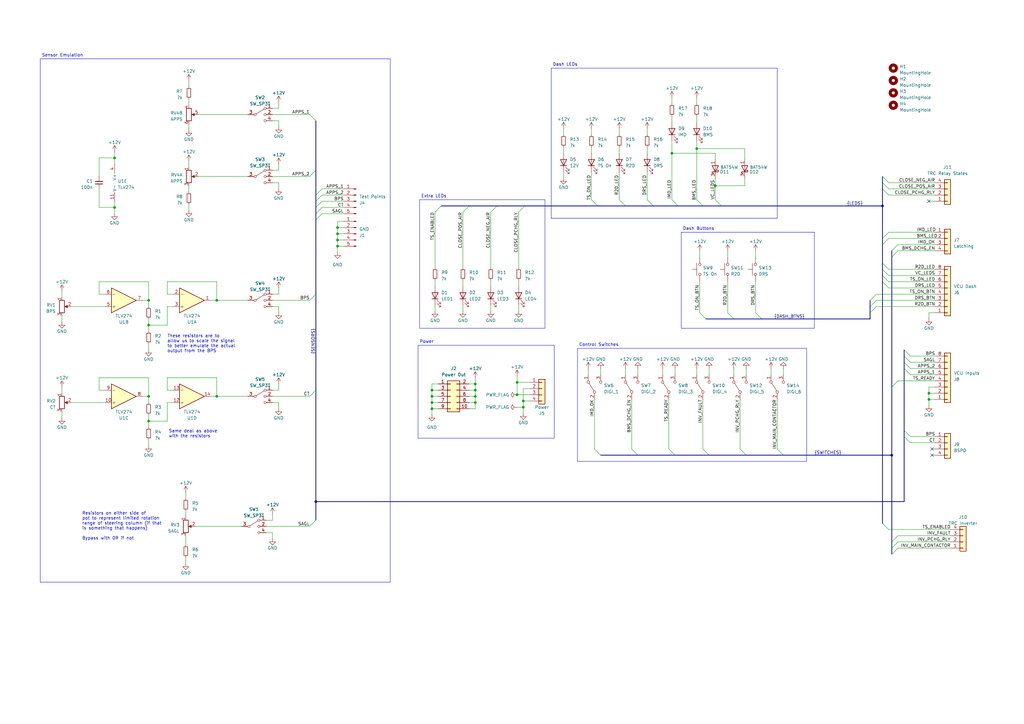
<source format=kicad_sch>
(kicad_sch (version 20230121) (generator eeschema)
  (paper "A3")
  (title_block (title "PCB Test Rig") (date "2023-04-25") (rev "1.0.0") (company "SUFST - Southampton University Formula Student Team") (comment 1 "STAG 9") (comment 2 "Tim Brewis, Ray Wang") (comment 3 "Marek Frodyma"))
  (bus_alias "LEDS" (members "TS_ON_LED" "R2D_LED" "DRS_LED" "IMD_LED" "BMS_LED" "TS_ENABLED" "CLOSE_POS_AIR" "CLOSE_NEG_AIR" "CLOSE_PCHG_RLY" "VC_LEDS"))
  (bus_alias "SENSORS" (members "APPS_1" "APPS_2" "SAGL" "CT" "BPS"))
  (bus_alias "SWITCHES" (members "IMD_OK" "BMS_DCHG_EN" "TS_READY" "INV_FAULT" "INV_PCHG_RLY" "INV_MAIN_CONTACTOR"))
  (bus_alias "DASH_BTNS" (members "TS_ON_BTN" "DRS_BTN" "R2D_BTN"))
  (junction (at 138.43 95.885))
  (junction (at 60.96 172.72))
  (junction (at 60.96 123.19))
  (junction (at 177.165 165.1))
  (junction (at 138.43 100.965))
  (junction (at 88.9 162.56))
  (junction (at 194.945 157.48))
  (junction (at 46.99 85.09))
  (junction (at 194.945 162.56))
  (junction (at 212.09 156.845))
  (junction (at 293.37 76.2))
  (junction (at 46.99 64.77))
  (junction (at 285.75 60.96))
  (junction (at 60.96 133.35))
  (junction (at 177.165 160.02))
  (junction (at 381 163.83))
  (junction (at 214.63 164.465))
  (junction (at 365.76 186.69))
  (junction (at 214.63 167.005))
  (junction (at 361.95 84.455))
  (junction (at 129.54 205.74))
  (junction (at 177.165 162.56))
  (junction (at 275.59 62.865))
  (junction (at 212.09 161.925))
  (junction (at 194.945 160.02))
  (junction (at 194.945 165.1))
  (junction (at 60.96 162.56))
  (junction (at 381 161.29))
  (junction (at 177.165 167.64))
  (junction (at 138.43 98.425))
  (junction (at 138.43 93.345))
  (junction (at 88.9 123.19))
  (no_connect (at 381 82.55))
  (no_connect (at 382.27 186.69))
  (no_connect (at 382.27 184.15))
  (bus_entry (at 361.95 97.79) (size 2.54 -2.54))
  (bus_entry (at 129.54 90.17) (size 2.54 -2.54))
  (bus_entry (at 370.84 179.07) (size 2.54 2.54))
  (bus_entry (at 303.53 184.15) (size 2.54 2.54))
  (bus_entry (at 212.725 86.995) (size 2.54 -2.54))
  (bus_entry (at 368.3 224.79) (size -2.54 2.54))
  (bus_entry (at 129.54 49.53) (size -2.54 -2.54))
  (bus_entry (at 129.54 82.55) (size 2.54 -2.54))
  (bus_entry (at 201.295 86.995) (size 2.54 -2.54))
  (bus_entry (at 359.41 120.65) (size -2.54 2.54))
  (bus_entry (at 368.3 222.25) (size -2.54 2.54))
  (bus_entry (at 370.84 176.53) (size 2.54 2.54))
  (bus_entry (at 129.54 80.01) (size 2.54 -2.54))
  (bus_entry (at 365.76 158.75) (size 2.54 -2.54))
  (bus_entry (at 285.75 81.915) (size 2.54 2.54))
  (bus_entry (at 365.76 102.87) (size 2.54 -2.54))
  (bus_entry (at 361.95 115.57) (size 2.54 2.54))
  (bus_entry (at 364.49 77.47) (size -2.54 -2.54))
  (bus_entry (at 359.41 125.73) (size -2.54 2.54))
  (bus_entry (at 127 72.39) (size 2.54 -2.54))
  (bus_entry (at 129.54 87.63) (size 2.54 -2.54))
  (bus_entry (at 361.95 107.95) (size 2.54 2.54))
  (bus_entry (at 243.84 184.15) (size 2.54 2.54))
  (bus_entry (at 364.49 74.93) (size -2.54 -2.54))
  (bus_entry (at 309.88 128.27) (size 2.54 2.54))
  (bus_entry (at 361.95 100.33) (size 2.54 -2.54))
  (bus_entry (at 254 81.915) (size 2.54 2.54))
  (bus_entry (at 287.02 128.27) (size 2.54 2.54))
  (bus_entry (at 298.45 128.27) (size 2.54 2.54))
  (bus_entry (at 127 123.19) (size 2.54 -2.54))
  (bus_entry (at 259.08 184.15) (size 2.54 2.54))
  (bus_entry (at 288.29 184.15) (size 2.54 2.54))
  (bus_entry (at 242.57 81.915) (size 2.54 2.54))
  (bus_entry (at 361.95 113.03) (size 2.54 2.54))
  (bus_entry (at 361.95 110.49) (size 2.54 2.54))
  (bus_entry (at 127 215.9) (size 2.54 -2.54))
  (bus_entry (at 274.32 184.15) (size 2.54 2.54))
  (bus_entry (at 178.435 86.995) (size 2.54 -2.54))
  (bus_entry (at 364.49 80.01) (size -2.54 -2.54))
  (bus_entry (at 295.91 84.455) (size -2.54 -2.54))
  (bus_entry (at 368.3 219.71) (size -2.54 2.54))
  (bus_entry (at 129.54 85.09) (size 2.54 -2.54))
  (bus_entry (at 370.84 143.51) (size 2.54 2.54))
  (bus_entry (at 359.41 123.19) (size -2.54 2.54))
  (bus_entry (at 275.59 81.915) (size 2.54 2.54))
  (bus_entry (at 189.865 86.995) (size 2.54 -2.54))
  (bus_entry (at 361.95 214.63) (size 2.54 2.54))
  (bus_entry (at 365.76 105.41) (size 2.54 -2.54))
  (bus_entry (at 127 162.56) (size 2.54 -2.54))
  (bus_entry (at 265.43 81.915) (size 2.54 2.54))
  (bus_entry (at 370.84 148.59) (size 2.54 2.54))
  (bus_entry (at 370.84 151.13) (size 2.54 2.54))
  (bus_entry (at 318.77 184.15) (size 2.54 2.54))
  (bus_entry (at 370.84 146.05) (size 2.54 2.54))
  (wire (pts (xy 290.83 151.13) (xy 290.83 153.67)))
  (wire (pts (xy 382.27 186.69) (xy 383.54 186.69)))
  (wire (pts (xy 359.41 125.73) (xy 383.54 125.73)))
  (wire (pts (xy 194.945 165.1) (xy 192.405 165.1)))
  (bus (pts (xy 129.54 205.74) (xy 129.54 160.02)))
  (wire (pts (xy 77.47 33.02) (xy 77.47 35.56)))
  (wire (pts (xy 287.02 115.57) (xy 287.02 128.27)))
  (bus (pts (xy 295.91 84.455) (xy 361.95 84.455)))
  (wire (pts (xy 76.2 219.71) (xy 76.2 223.52)))
  (bus (pts (xy 180.975 84.455) (xy 192.405 84.455)))
  (wire (pts (xy 214.63 164.465) (xy 214.63 159.385)))
  (wire (pts (xy 194.945 160.02) (xy 194.945 157.48)))
  (wire (pts (xy 111.76 123.19) (xy 127 123.19)))
  (bus (pts (xy 365.76 224.79) (xy 365.76 227.33)))
  (bus (pts (xy 361.95 74.93) (xy 361.95 72.39)))
  (wire (pts (xy 242.57 70.485) (xy 242.57 81.915)))
  (wire (pts (xy 68.58 125.73) (xy 71.12 125.73)))
  (wire (pts (xy 68.58 165.1) (xy 68.58 172.72)))
  (wire (pts (xy 58.42 162.56) (xy 60.96 162.56)))
  (bus (pts (xy 370.84 146.05) (xy 370.84 148.59)))
  (wire (pts (xy 381 82.55) (xy 383.54 82.55)))
  (bus (pts (xy 129.54 82.55) (xy 129.54 80.01)))
  (wire (pts (xy 71.12 160.02) (xy 68.58 160.02)))
  (wire (pts (xy 285.75 60.96) (xy 305.435 60.96)))
  (wire (pts (xy 111.76 69.85) (xy 114.3 69.85)))
  (wire (pts (xy 68.58 165.1) (xy 71.12 165.1)))
  (wire (pts (xy 261.62 151.13) (xy 261.62 153.67)))
  (wire (pts (xy 194.945 154.94) (xy 194.945 157.48)))
  (bus (pts (xy 129.54 213.36) (xy 129.54 205.74)))
  (wire (pts (xy 88.9 162.56) (xy 86.36 162.56)))
  (wire (pts (xy 138.43 95.885) (xy 140.97 95.885)))
  (wire (pts (xy 194.945 157.48) (xy 192.405 157.48)))
  (wire (pts (xy 109.22 215.9) (xy 127 215.9)))
  (wire (pts (xy 305.435 76.2) (xy 293.37 76.2)))
  (wire (pts (xy 60.96 115.57) (xy 60.96 123.19)))
  (wire (pts (xy 111.76 160.02) (xy 114.3 160.02)))
  (wire (pts (xy 88.9 115.57) (xy 88.9 123.19)))
  (wire (pts (xy 40.64 160.02) (xy 40.64 154.94)))
  (wire (pts (xy 60.96 140.97) (xy 60.96 143.51)))
  (wire (pts (xy 114.3 67.31) (xy 114.3 69.85)))
  (wire (pts (xy 288.29 163.83) (xy 288.29 184.15)))
  (wire (pts (xy 381 158.75) (xy 381 161.29)))
  (wire (pts (xy 364.49 80.01) (xy 383.54 80.01)))
  (bus (pts (xy 289.56 130.81) (xy 300.99 130.81)))
  (wire (pts (xy 201.295 125.095) (xy 201.295 127.635)))
  (bus (pts (xy 356.87 128.27) (xy 356.87 130.81)))
  (bus (pts (xy 361.95 77.47) (xy 361.95 74.93)))
  (bus (pts (xy 129.54 80.01) (xy 129.54 69.85)))
  (bus (pts (xy 276.86 186.69) (xy 290.83 186.69)))
  (wire (pts (xy 359.41 120.65) (xy 383.54 120.65)))
  (wire (pts (xy 381 166.37) (xy 381 163.83)))
  (wire (pts (xy 293.37 73.025) (xy 293.37 76.2)))
  (wire (pts (xy 381 161.29) (xy 381 163.83)))
  (wire (pts (xy 58.42 123.19) (xy 60.96 123.19)))
  (wire (pts (xy 285.75 57.785) (xy 285.75 60.96)))
  (bus (pts (xy 245.11 84.455) (xy 256.54 84.455)))
  (wire (pts (xy 214.63 164.465) (xy 217.17 164.465)))
  (wire (pts (xy 40.64 64.77) (xy 46.99 64.77)))
  (wire (pts (xy 256.54 151.13) (xy 256.54 153.67)))
  (wire (pts (xy 111.76 44.45) (xy 114.3 44.45)))
  (wire (pts (xy 293.37 62.865) (xy 293.37 65.405)))
  (wire (pts (xy 88.9 154.94) (xy 88.9 162.56)))
  (wire (pts (xy 192.405 167.64) (xy 194.945 167.64)))
  (wire (pts (xy 68.58 154.94) (xy 88.9 154.94)))
  (wire (pts (xy 40.64 120.65) (xy 40.64 115.57)))
  (wire (pts (xy 25.4 158.75) (xy 25.4 161.29)))
  (wire (pts (xy 212.09 167.005) (xy 214.63 167.005)))
  (wire (pts (xy 373.38 148.59) (xy 383.54 148.59)))
  (wire (pts (xy 285.75 40.005) (xy 285.75 42.545)))
  (wire (pts (xy 178.435 86.995) (xy 178.435 109.855)))
  (bus (pts (xy 215.265 84.455) (xy 245.11 84.455)))
  (wire (pts (xy 177.165 165.1) (xy 179.705 165.1)))
  (wire (pts (xy 138.43 100.965) (xy 138.43 98.425)))
  (wire (pts (xy 80.01 215.9) (xy 99.06 215.9)))
  (wire (pts (xy 189.865 114.935) (xy 189.865 117.475)))
  (wire (pts (xy 364.49 118.11) (xy 383.54 118.11)))
  (wire (pts (xy 309.88 102.87) (xy 309.88 105.41)))
  (wire (pts (xy 259.08 163.83) (xy 259.08 184.15)))
  (wire (pts (xy 241.3 151.13) (xy 241.3 153.67)))
  (wire (pts (xy 231.14 70.485) (xy 231.14 73.025)))
  (wire (pts (xy 43.18 120.65) (xy 40.64 120.65)))
  (wire (pts (xy 138.43 100.965) (xy 140.97 100.965)))
  (wire (pts (xy 305.435 73.025) (xy 305.435 76.2)))
  (wire (pts (xy 275.59 62.865) (xy 275.59 81.915)))
  (wire (pts (xy 76.2 209.55) (xy 76.2 212.09)))
  (wire (pts (xy 111.76 210.82) (xy 111.76 213.36)))
  (wire (pts (xy 275.59 62.865) (xy 293.37 62.865)))
  (wire (pts (xy 111.76 74.93) (xy 114.3 74.93)))
  (bus (pts (xy 306.07 186.69) (xy 321.31 186.69)))
  (wire (pts (xy 318.77 163.83) (xy 318.77 184.15)))
  (wire (pts (xy 189.865 86.995) (xy 189.865 109.855)))
  (wire (pts (xy 364.49 77.47) (xy 383.54 77.47)))
  (wire (pts (xy 111.76 120.65) (xy 114.3 120.65)))
  (wire (pts (xy 382.27 184.15) (xy 383.54 184.15)))
  (wire (pts (xy 373.38 153.67) (xy 383.54 153.67)))
  (wire (pts (xy 60.96 162.56) (xy 60.96 165.1)))
  (wire (pts (xy 132.08 77.47) (xy 140.97 77.47)))
  (wire (pts (xy 368.3 102.87) (xy 383.54 102.87)))
  (bus (pts (xy 129.54 85.09) (xy 129.54 87.63)))
  (wire (pts (xy 40.64 154.94) (xy 60.96 154.94)))
  (wire (pts (xy 265.43 70.485) (xy 265.43 81.915)))
  (wire (pts (xy 194.945 167.64) (xy 194.945 165.1)))
  (wire (pts (xy 368.3 100.33) (xy 383.54 100.33)))
  (wire (pts (xy 285.75 47.625) (xy 285.75 50.165)))
  (bus (pts (xy 361.95 110.49) (xy 361.95 113.03)))
  (wire (pts (xy 114.3 74.93) (xy 114.3 77.47)))
  (wire (pts (xy 77.47 66.04) (xy 77.47 68.58)))
  (wire (pts (xy 88.9 123.19) (xy 86.36 123.19)))
  (wire (pts (xy 109.22 213.36) (xy 111.76 213.36)))
  (wire (pts (xy 132.08 82.55) (xy 140.97 82.55)))
  (bus (pts (xy 370.84 151.13) (xy 370.84 176.53)))
  (bus (pts (xy 288.29 84.455) (xy 295.91 84.455)))
  (wire (pts (xy 364.49 217.17) (xy 389.89 217.17)))
  (wire (pts (xy 383.54 158.75) (xy 381 158.75)))
  (bus (pts (xy 129.54 90.17) (xy 129.54 120.65)))
  (wire (pts (xy 138.43 98.425) (xy 138.43 95.885)))
  (bus (pts (xy 203.835 84.455) (xy 215.265 84.455)))
  (wire (pts (xy 275.59 47.625) (xy 275.59 50.165)))
  (bus (pts (xy 256.54 84.455) (xy 267.97 84.455)))
  (wire (pts (xy 189.865 125.095) (xy 189.865 127.635)))
  (wire (pts (xy 194.945 162.56) (xy 194.945 165.1)))
  (bus (pts (xy 300.99 130.81) (xy 312.42 130.81)))
  (wire (pts (xy 111.76 49.53) (xy 114.3 49.53)))
  (wire (pts (xy 132.08 80.01) (xy 140.97 80.01)))
  (wire (pts (xy 243.84 163.83) (xy 243.84 184.15)))
  (bus (pts (xy 370.84 148.59) (xy 370.84 151.13)))
  (wire (pts (xy 60.96 130.81) (xy 60.96 133.35)))
  (wire (pts (xy 60.96 180.34) (xy 60.96 182.88)))
  (wire (pts (xy 111.76 125.73) (xy 114.3 125.73)))
  (wire (pts (xy 77.47 40.64) (xy 77.47 43.18)))
  (wire (pts (xy 111.76 218.44) (xy 111.76 220.98)))
  (wire (pts (xy 265.43 52.705) (xy 265.43 55.245)))
  (bus (pts (xy 129.54 82.55) (xy 129.54 85.09)))
  (wire (pts (xy 276.86 151.13) (xy 276.86 153.67)))
  (wire (pts (xy 364.49 115.57) (xy 383.54 115.57)))
  (bus (pts (xy 261.62 186.69) (xy 276.86 186.69)))
  (bus (pts (xy 356.87 125.73) (xy 356.87 128.27)))
  (bus (pts (xy 365.76 102.87) (xy 365.76 105.41)))
  (bus (pts (xy 370.84 176.53) (xy 370.84 179.07)))
  (wire (pts (xy 25.4 168.91) (xy 25.4 171.45)))
  (wire (pts (xy 76.2 228.6) (xy 76.2 231.14)))
  (wire (pts (xy 214.63 164.465) (xy 214.63 167.005)))
  (bus (pts (xy 129.54 87.63) (xy 129.54 90.17)))
  (wire (pts (xy 77.47 76.2) (xy 77.47 78.74)))
  (bus (pts (xy 370.84 179.07) (xy 370.84 205.74)))
  (wire (pts (xy 46.99 64.77) (xy 46.99 67.31)))
  (bus (pts (xy 361.95 113.03) (xy 361.95 115.57)))
  (wire (pts (xy 389.89 222.25) (xy 368.3 222.25)))
  (wire (pts (xy 275.59 40.005) (xy 275.59 42.545)))
  (wire (pts (xy 265.43 60.325) (xy 265.43 62.865)))
  (bus (pts (xy 267.97 84.455) (xy 278.13 84.455)))
  (bus (pts (xy 361.95 107.95) (xy 361.95 110.49)))
  (bus (pts (xy 361.95 77.47) (xy 361.95 84.455)))
  (wire (pts (xy 111.76 72.39) (xy 127 72.39)))
  (wire (pts (xy 201.295 114.935) (xy 201.295 117.475)))
  (bus (pts (xy 192.405 84.455) (xy 203.835 84.455)))
  (wire (pts (xy 25.4 119.38) (xy 25.4 121.92)))
  (wire (pts (xy 114.3 41.91) (xy 114.3 44.45)))
  (bus (pts (xy 365.76 105.41) (xy 365.76 158.75)))
  (wire (pts (xy 368.3 219.71) (xy 389.89 219.71)))
  (wire (pts (xy 194.945 160.02) (xy 194.945 162.56)))
  (wire (pts (xy 373.38 179.07) (xy 383.54 179.07)))
  (wire (pts (xy 71.12 120.65) (xy 68.58 120.65)))
  (wire (pts (xy 364.49 95.25) (xy 383.54 95.25)))
  (wire (pts (xy 60.96 172.72) (xy 60.96 175.26)))
  (wire (pts (xy 214.63 159.385) (xy 217.17 159.385)))
  (wire (pts (xy 177.165 160.02) (xy 177.165 157.48)))
  (bus (pts (xy 129.54 205.74) (xy 370.84 205.74)))
  (wire (pts (xy 138.43 103.505) (xy 138.43 100.965)))
  (wire (pts (xy 132.08 85.09) (xy 140.97 85.09)))
  (wire (pts (xy 231.14 60.325) (xy 231.14 62.865)))
  (wire (pts (xy 60.96 123.19) (xy 60.96 125.73)))
  (wire (pts (xy 285.75 60.96) (xy 285.75 81.915)))
  (wire (pts (xy 178.435 114.935) (xy 178.435 117.475)))
  (wire (pts (xy 364.49 113.03) (xy 383.54 113.03)))
  (bus (pts (xy 312.42 130.81) (xy 356.87 130.81)))
  (wire (pts (xy 60.96 170.18) (xy 60.96 172.72)))
  (wire (pts (xy 60.96 133.35) (xy 68.58 133.35)))
  (wire (pts (xy 77.47 83.82) (xy 77.47 86.36)))
  (wire (pts (xy 77.47 50.8) (xy 77.47 53.34)))
  (wire (pts (xy 111.76 46.99) (xy 127 46.99)))
  (wire (pts (xy 381 128.27) (xy 381 130.81)))
  (bus (pts (xy 321.31 186.69) (xy 365.76 186.69)))
  (wire (pts (xy 81.28 46.99) (xy 101.6 46.99)))
  (wire (pts (xy 275.59 57.785) (xy 275.59 62.865)))
  (wire (pts (xy 109.22 218.44) (xy 111.76 218.44)))
  (bus (pts (xy 361.95 97.79) (xy 361.95 100.33)))
  (wire (pts (xy 88.9 162.56) (xy 101.6 162.56)))
  (wire (pts (xy 138.43 95.885) (xy 138.43 93.345)))
  (bus (pts (xy 370.84 143.51) (xy 370.84 146.05)))
  (wire (pts (xy 114.3 125.73) (xy 114.3 128.27)))
  (wire (pts (xy 242.57 52.705) (xy 242.57 55.245)))
  (wire (pts (xy 111.76 162.56) (xy 127 162.56)))
  (wire (pts (xy 138.43 93.345) (xy 140.97 93.345)))
  (wire (pts (xy 46.99 82.55) (xy 46.99 85.09)))
  (wire (pts (xy 29.21 125.73) (xy 43.18 125.73)))
  (wire (pts (xy 271.78 151.13) (xy 271.78 153.67)))
  (wire (pts (xy 231.14 52.705) (xy 231.14 55.245)))
  (wire (pts (xy 177.165 162.56) (xy 179.705 162.56)))
  (wire (pts (xy 68.58 125.73) (xy 68.58 133.35)))
  (wire (pts (xy 68.58 120.65) (xy 68.58 115.57)))
  (bus (pts (xy 361.95 84.455) (xy 361.95 97.79)))
  (wire (pts (xy 287.02 102.87) (xy 287.02 105.41)))
  (wire (pts (xy 177.165 165.1) (xy 177.165 162.56)))
  (wire (pts (xy 309.88 115.57) (xy 309.88 128.27)))
  (wire (pts (xy 81.28 72.39) (xy 101.6 72.39)))
  (wire (pts (xy 60.96 172.72) (xy 68.58 172.72)))
  (wire (pts (xy 201.295 86.995) (xy 201.295 109.855)))
  (wire (pts (xy 364.49 110.49) (xy 383.54 110.49)))
  (wire (pts (xy 246.38 151.13) (xy 246.38 153.67)))
  (bus (pts (xy 365.76 186.69) (xy 365.76 222.25)))
  (wire (pts (xy 114.3 49.53) (xy 114.3 52.07)))
  (wire (pts (xy 132.08 87.63) (xy 140.97 87.63)))
  (wire (pts (xy 373.38 181.61) (xy 383.54 181.61)))
  (wire (pts (xy 212.09 154.305) (xy 212.09 156.845)))
  (wire (pts (xy 321.31 151.13) (xy 321.31 153.67)))
  (wire (pts (xy 364.49 97.79) (xy 383.54 97.79)))
  (wire (pts (xy 46.99 62.23) (xy 46.99 64.77)))
  (wire (pts (xy 68.58 115.57) (xy 88.9 115.57)))
  (wire (pts (xy 254 70.485) (xy 254 81.915)))
  (wire (pts (xy 368.3 156.21) (xy 383.54 156.21)))
  (wire (pts (xy 177.165 167.64) (xy 179.705 167.64)))
  (wire (pts (xy 194.945 162.56) (xy 192.405 162.56)))
  (bus (pts (xy 129.54 49.53) (xy 129.54 69.85)))
  (wire (pts (xy 274.32 163.83) (xy 274.32 184.15)))
  (wire (pts (xy 114.3 118.11) (xy 114.3 120.65)))
  (wire (pts (xy 138.43 93.345) (xy 138.43 90.805)))
  (wire (pts (xy 111.76 165.1) (xy 114.3 165.1)))
  (wire (pts (xy 114.3 165.1) (xy 114.3 167.64)))
  (wire (pts (xy 114.3 157.48) (xy 114.3 160.02)))
  (bus (pts (xy 361.95 115.57) (xy 361.95 214.63)))
  (wire (pts (xy 306.07 151.13) (xy 306.07 153.67)))
  (wire (pts (xy 383.54 161.29) (xy 381 161.29)))
  (wire (pts (xy 212.725 114.935) (xy 212.725 117.475)))
  (wire (pts (xy 177.165 170.18) (xy 177.165 167.64)))
  (wire (pts (xy 305.435 60.96) (xy 305.435 65.405)))
  (wire (pts (xy 389.89 224.79) (xy 368.3 224.79)))
  (wire (pts (xy 43.18 160.02) (xy 40.64 160.02)))
  (bus (pts (xy 290.83 186.69) (xy 306.07 186.69)))
  (bus (pts (xy 278.13 84.455) (xy 288.29 84.455)))
  (wire (pts (xy 298.45 115.57) (xy 298.45 128.27)))
  (wire (pts (xy 254 60.325) (xy 254 62.865)))
  (wire (pts (xy 316.23 151.13) (xy 316.23 153.67)))
  (wire (pts (xy 68.58 160.02) (xy 68.58 154.94)))
  (wire (pts (xy 212.09 156.845) (xy 217.17 156.845)))
  (wire (pts (xy 178.435 125.095) (xy 178.435 127.635)))
  (wire (pts (xy 29.21 165.1) (xy 43.18 165.1)))
  (wire (pts (xy 242.57 60.325) (xy 242.57 62.865)))
  (wire (pts (xy 383.54 128.27) (xy 381 128.27)))
  (bus (pts (xy 365.76 222.25) (xy 365.76 224.79)))
  (wire (pts (xy 60.96 133.35) (xy 60.96 135.89)))
  (wire (pts (xy 76.2 201.93) (xy 76.2 204.47)))
  (wire (pts (xy 177.165 160.02) (xy 179.705 160.02)))
  (wire (pts (xy 214.63 167.005) (xy 214.63 169.545)))
  (wire (pts (xy 40.64 72.39) (xy 40.64 64.77)))
  (bus (pts (xy 129.54 120.65) (xy 129.54 160.02)))
  (wire (pts (xy 303.53 163.83) (xy 303.53 184.15)))
  (wire (pts (xy 373.38 151.13) (xy 383.54 151.13)))
  (wire (pts (xy 300.99 151.13) (xy 300.99 153.67)))
  (wire (pts (xy 60.96 154.94) (xy 60.96 162.56)))
  (wire (pts (xy 293.37 76.2) (xy 293.37 81.915)))
  (wire (pts (xy 212.725 125.095) (xy 212.725 127.635)))
  (wire (pts (xy 40.64 85.09) (xy 40.64 77.47)))
  (wire (pts (xy 138.43 98.425) (xy 140.97 98.425)))
  (wire (pts (xy 46.99 85.09) (xy 46.99 87.63)))
  (wire (pts (xy 177.165 167.64) (xy 177.165 165.1)))
  (wire (pts (xy 138.43 90.805) (xy 140.97 90.805)))
  (wire (pts (xy 373.38 146.05) (xy 383.54 146.05)))
  (wire (pts (xy 364.49 74.93) (xy 383.54 74.93)))
  (wire (pts (xy 212.725 86.995) (xy 212.725 109.855)))
  (bus (pts (xy 246.38 186.69) (xy 261.62 186.69)))
  (wire (pts (xy 254 52.705) (xy 254 55.245)))
  (wire (pts (xy 285.75 151.13) (xy 285.75 153.67)))
  (wire (pts (xy 298.45 102.87) (xy 298.45 105.41)))
  (bus (pts (xy 365.76 158.75) (xy 365.76 186.69)))
  (wire (pts (xy 212.09 161.925) (xy 212.09 156.845)))
  (bus (pts (xy 361.95 100.33) (xy 361.95 107.95)))
  (wire (pts (xy 381 163.83) (xy 383.54 163.83)))
  (bus (pts (xy 356.87 123.19) (xy 356.87 125.73)))
  (wire (pts (xy 40.64 115.57) (xy 60.96 115.57)))
  (wire (pts (xy 359.41 123.19) (xy 383.54 123.19)))
  (wire (pts (xy 46.99 85.09) (xy 40.64 85.09)))
  (wire (pts (xy 192.405 160.02) (xy 194.945 160.02)))
  (wire (pts (xy 25.4 129.54) (xy 25.4 132.08)))
  (wire (pts (xy 217.17 161.925) (xy 212.09 161.925)))
  (wire (pts (xy 177.165 162.56) (xy 177.165 160.02)))
  (wire (pts (xy 177.165 157.48) (xy 179.705 157.48)))
  (wire (pts (xy 88.9 123.19) (xy 101.6 123.19)))
  (rectangle (start 279.4 95.25) (end 334.01 134.62))
  (rectangle (start 172.085 81.915) (end 223.52 134.62))
  (rectangle (start 16.51 24.13) (end 160.02 238.76))
  (rectangle (start 171.45 141.605) (end 227.33 179.705))
  (rectangle (start 226.06 27.94) (end 318.77 89.535))
  (rectangle (start 236.855 142.875) (end 330.835 189.23))
  (text "Dash Buttons\n" (at 280.035 94.615 0) (effects (font (size 1.27 1.27)) (justify left bottom)))
  (text "Resistors on either side of\npot to represent limited rotation\nrange of steering column (if that\nis something that happens)\n\nBypass with 0R if not" (at 33.655 221.615 0) (effects (font (size 1.27 1.27)) (justify left bottom)))
  (text "Extra LEDs\n" (at 172.72 81.28 0) (effects (font (size 1.27 1.27)) (justify left bottom)))
  (text "Power\n" (at 172.085 140.97 0) (effects (font (size 1.27 1.27)) (justify left bottom)))
  (text "These resistors are to\nallow us to scale the signal\nto better emulate the actual\noutput from the BPS" (at 68.58 144.78 0) (effects (font (size 1.27 1.27)) (justify left bottom)))
  (text "Same deal as above\nwith the resistors" (at 69.215 179.705 0) (effects (font (size 1.27 1.27)) (justify left bottom)))
  (text "Sensor Emulation\n" (at 17.145 23.495 0) (effects (font (size 1.27 1.27)) (justify left bottom)))
  (text "Control Switches\n" (at 237.49 142.24 0) (effects (font (size 1.27 1.27)) (justify left bottom)))
  (text "Dash LEDs\n" (at 226.695 27.305 0) (effects (font (size 1.27 1.27)) (justify left bottom)))
  (label "TS_READY" (at 274.32 163.83 270))
  (label "BMS_LED" (at 375.92 97.79 0))
  (label "INV_MAIN_CONTACTOR" (at 389.89 224.79 180))
  (label "TS_ENABLED" (at 178.435 86.995 270))
  (label "APPS_2" (at 140.97 80.01 180))
  (label "DRS_BTN" (at 383.54 123.19 180))
  (label "APPS_2" (at 127 72.39 180))
  (label "INV_FAULT" (at 389.89 219.71 180))
  (label "IMD_OK" (at 243.84 163.83 270))
  (label "INV_FAULT" (at 288.29 163.83 270))
  (label "INV_PCHG_RLY" (at 389.89 222.25 180))
  (label "CLOSE_NEG_AIR" (at 383.54 74.93 180))
  (label "APPS_2" (at 383.54 151.13 180))
  (label "SAGL" (at 383.54 148.59 180))
  (label "TS_ON_LED" (at 242.57 71.755 270))
  (label "DRS_LED" (at 265.43 71.755 270))
  (label "BMS_DCHG_EN" (at 383.54 102.87 180))
  (label "{LEDS}" (at 347.345 84.455 0))
  (label "CLOSE_POS_AIR" (at 189.865 86.995 270))
  (label "CLOSE_NEG_AIR" (at 201.295 86.995 270))
  (label "TS_ENABLED" (at 389.89 217.17 180))
  (label "{DASH_BTNS}" (at 317.5 130.81 0))
  (label "CT" (at 140.97 85.09 180))
  (label "VC_LEDS" (at 293.37 81.915 90))
  (label "SAGL" (at 127 215.9 180))
  (label "R2D_LED" (at 383.54 110.49 180))
  (label "BMS_LED" (at 285.75 73.66 270))
  (label "APPS_1" (at 140.97 77.47 180))
  (label "CT" (at 383.54 181.61 180))
  (label "R2D_BTN" (at 298.45 116.84 270))
  (label "IMD_OK" (at 383.54 100.33 180))
  (label "TS_ON_BTN" (at 383.54 120.65 180))
  (label "INV_MAIN_CONTACTOR" (at 318.77 163.83 270))
  (label "BPS" (at 383.54 146.05 180))
  (label "BMS_DCHG_EN" (at 259.08 163.83 270))
  (label "{SENSORS}" (at 129.54 134.62 270))
  (label "DRS_LED" (at 383.54 118.11 180))
  (label "BPS" (at 127 123.19 180))
  (label "APPS_1" (at 383.54 153.67 180))
  (label "TS_READY" (at 383.54 156.21 180))
  (label "BPS" (at 383.54 179.07 180))
  (label "IMD_LED" (at 375.92 95.25 0))
  (label "CLOSE_PCHG_RLY" (at 212.725 86.995 270))
  (label "BPS" (at 140.97 82.55 180))
  (label "{SWITCHES}" (at 334.01 186.69 0))
  (label "CLOSE_POS_AIR" (at 383.54 77.47 180))
  (label "VC_LEDS" (at 383.54 113.03 180))
  (label "CLOSE_PCHG_RLY" (at 383.54 80.01 180))
  (label "R2D_LED" (at 254 71.755 270))
  (label "INV_PCHG_RLY" (at 303.53 163.83 270))
  (label "TS_ON_BTN" (at 287.02 116.84 270))
  (label "R2D_BTN" (at 383.54 125.73 180))
  (label "DRS_BTN" (at 309.88 116.84 270))
  (label "IMD_LED" (at 275.59 73.66 270))
  (label "TS_ON_LED" (at 383.54 115.57 180))
  (label "SAGL" (at 140.97 87.63 180))
  (label "APPS_1" (at 127 46.99 180))
  (label "CT" (at 127 162.56 180))
  (symbol (lib_id "power:GND") (at 381 130.81 0) (unit 1)
    (property "Reference" "#PWR056" (effects hide))
    (property "Value" "GND" (at 381 134.62 0))
  )
  (symbol (lib_id "Switch:SW_Push") (at 287.02 110.49 90) (unit 1)
    (property "Reference" "SW9" (at 288.29 109.855 90) (effects (justify right)))
    (property "Value" "TS On" (at 288.29 112.395 90) (effects (justify right)))
    (property "Footprint" "Button_Switch_THT:KSA_Tactile_SPST" (effects hide))
  )
  (symbol (lib_id "Switch:SW_SP3T") (at 106.68 72.39 0) (unit 1)
    (property "Reference" "SW3" (at 106.68 65.405 0))
    (property "Value" "SW_SP3T" (at 106.68 67.945 0))
    (property "Footprint" "SUFST:SS14MDP2_NKK" (effects hide))
  )
  (symbol (lib_id "Device:R_Potentiometer") (at 25.4 165.1 0) (unit 1)
    (property "Reference" "RV2" (at 22.86 164.465 0) (effects (justify right)))
    (property "Value" "CT" (at 22.86 167.005 0) (effects (justify right)))
    (property "Footprint" "Potentiometer_THT:Potentiometer_Alps_RK09K_Single_Vertical" (effects hide))
  )
  (symbol (lib_id "Device:LED") (at 178.435 121.285 90) (unit 1)
    (property "Reference" "D1" (at 180.975 120.015 90) (effects (justify right)))
    (property "Value" "LED1" (at 180.975 122.555 90) (effects (justify right)))
    (property "Footprint" "LED_SMD:LED_0805_2012Metric_Pad1.15x1.40mm_HandSolder" (effects hide))
  )
  (symbol (lib_id "Connector_Generic:Conn_01x08") (at 388.62 156.21 0) (mirror x) (unit 1)
    (property "Reference" "J8" (at 391.16 155.575 0) (effects (justify left)))
    (property "Value" "VCU Inputs" (at 391.16 153.035 0) (effects (justify left)))
    (property "Footprint" "Connector_Molex:Molex_Micro-Fit_3.0_43045-0800_2x04_P3.00mm_Horizontal" (effects hide))
  )
  (symbol (lib_id "power:+12V") (at 256.54 151.13 0) (unit 1)
    (property "Reference" "#PWR036" (effects hide))
    (property "Value" "+12V" (at 256.54 147.32 0))
  )
  (symbol (lib_id "Device:R_Potentiometer_Dual_Separate") (at 77.47 46.99 0) (unit 2)
    (property "Reference" "RV4" (at 74.93 46.355 0) (effects (justify right)))
    (property "Value" "APPS" (at 74.93 48.895 0) (effects (justify right)))
    (property "Footprint" "Potentiometer_THT:Potentiometer_Alpha_RD902F-40-00D_Dual_Vertical" (effects hide))
  )
  (symbol (lib_id "power:+12V") (at 254 52.705 0) (unit 1)
    (property "Reference" "#PWR046" (effects hide))
    (property "Value" "+12V" (at 254 48.895 0))
  )
  (symbol (lib_id "power:GND") (at 201.295 127.635 0) (unit 1)
    (property "Reference" "#PWR032" (effects hide))
    (property "Value" "GND" (at 201.295 131.445 0))
  )
  (symbol (lib_id "power:GND") (at 77.47 86.36 0) (unit 1)
    (property "Reference" "#PWR015" (effects hide))
    (property "Value" "GND" (at 77.47 90.17 0))
  )
  (symbol (lib_id "Device:LED") (at 231.14 66.675 90) (unit 1)
    (property "Reference" "D5" (at 233.68 65.405 90) (effects (justify right)))
    (property "Value" "12V" (at 233.68 67.945 90) (effects (justify right)))
    (property "Footprint" "LED_THT:LED_D5.0mm" (effects hide))
  )
  (symbol (lib_id "Device:R_Potentiometer") (at 25.4 125.73 0) (unit 1)
    (property "Reference" "RV1" (at 22.86 125.095 0) (effects (justify right)))
    (property "Value" "BPS" (at 22.86 127.635 0) (effects (justify right)))
    (property "Footprint" "Potentiometer_THT:Potentiometer_Alps_RK09K_Single_Vertical" (effects hide))
  )
  (symbol (lib_id "Device:R_Small") (at 76.2 226.06 180) (unit 1)
    (property "Reference" "R6" (at 78.74 225.425 0) (effects (justify right)))
    (property "Value" "?k" (at 78.74 227.965 0) (effects (justify right)))
    (property "Footprint" "Resistor_SMD:R_0805_2012Metric_Pad1.20x1.40mm_HandSolder" (effects hide))
  )
  (symbol (lib_id "Device:LED") (at 212.725 121.285 90) (unit 1)
    (property "Reference" "D4" (at 215.265 120.015 90) (effects (justify right)))
    (property "Value" "LED4" (at 215.265 122.555 90) (effects (justify right)))
    (property "Footprint" "LED_SMD:LED_0805_2012Metric_Pad1.15x1.40mm_HandSolder" (effects hide))
  )
  (symbol (lib_id "power:GND") (at 60.96 182.88 0) (unit 1)
    (property "Reference" "#PWR08" (effects hide))
    (property "Value" "GND" (at 60.96 186.69 0))
  )
  (symbol (lib_id "Device:C_Small") (at 40.64 74.93 0) (mirror x) (unit 1)
    (property "Reference" "C1" (at 38.1 74.2886 0) (effects (justify right)))
    (property "Value" "100n" (at 38.1 76.8286 0) (effects (justify right)))
    (property "Footprint" "Capacitor_SMD:C_0805_2012Metric_Pad1.18x1.45mm_HandSolder" (effects hide))
  )
  (symbol (lib_id "power:GND") (at 290.83 151.13 180) (unit 1)
    (property "Reference" "#PWR045" (effects hide))
    (property "Value" "GND" (at 290.83 147.32 0))
  )
  (symbol (lib_id "Connector_Generic:Conn_01x08") (at 388.62 120.65 0) (mirror x) (unit 1)
    (property "Reference" "J6" (at 391.16 120.015 0) (effects (justify left)))
    (property "Value" "VCU Dash" (at 391.16 117.475 0) (effects (justify left)))
    (property "Footprint" "Connector_Molex:Molex_Micro-Fit_3.0_43045-0800_2x04_P3.00mm_Horizontal" (effects hide))
  )
  (symbol (lib_id "power:+12V") (at 25.4 158.75 0) (unit 1)
    (property "Reference" "#PWR03" (effects hide))
    (property "Value" "+12V" (at 25.4 154.94 0))
  )
  (symbol (lib_id "Device:R_Small") (at 60.96 138.43 0) (unit 1)
    (property "Reference" "R2" (at 63.5 137.795 0) (effects (justify left)))
    (property "Value" "?k" (at 63.5 140.335 0) (effects (justify left)))
    (property "Footprint" "Resistor_SMD:R_0805_2012Metric_Pad1.20x1.40mm_HandSolder" (effects hide))
  )
  (symbol (lib_id "power:GND") (at 46.99 87.63 0) (unit 1)
    (property "Reference" "#PWR06" (effects hide))
    (property "Value" "GND" (at 46.99 91.44 0))
  )
  (symbol (lib_id "power:+12V") (at 46.99 62.23 0) (unit 1)
    (property "Reference" "#PWR05" (effects hide))
    (property "Value" "+12V" (at 46.99 58.42 0))
  )
  (symbol (lib_id "power:GND") (at 231.14 73.025 0) (unit 1)
    (property "Reference" "#PWR040" (effects hide))
    (property "Value" "GND" (at 231.14 76.835 0))
  )
  (symbol (lib_id "power:+12V") (at 316.23 151.13 0) (unit 1)
    (property "Reference" "#PWR052" (effects hide))
    (property "Value" "+12V" (at 316.23 147.32 0))
  )
  (symbol (lib_id "power:+12V") (at 275.59 40.005 0) (unit 1)
    (property "Reference" "#PWR053" (effects hide))
    (property "Value" "+12V" (at 275.59 36.195 0))
  )
  (symbol (lib_id "Device:LED") (at 285.75 53.975 90) (unit 1)
    (property "Reference" "D10" (at 288.29 52.705 90) (effects (justify right)))
    (property "Value" "BMS" (at 288.29 55.245 90) (effects (justify right)))
    (property "Footprint" "LED_THT:LED_D5.0mm" (effects hide))
  )
  (symbol (lib_id "Device:R_Small") (at 242.57 57.785 0) (unit 1)
    (property "Reference" "R14" (at 245.11 57.15 0) (effects (justify left)))
    (property "Value" "?k" (at 245.11 59.69 0) (effects (justify left)))
    (property "Footprint" "Resistor_SMD:R_0805_2012Metric_Pad1.20x1.40mm_HandSolder" (effects hide))
  )
  (symbol (lib_id "Switch:SW_SP3T") (at 106.68 46.99 0) (unit 1)
    (property "Reference" "SW2" (at 106.68 40.005 0))
    (property "Value" "SW_SP3T" (at 106.68 42.545 0))
    (property "Footprint" "SUFST:SS14MDP2_NKK" (effects hide))
  )
  (symbol (lib_id "Device:LED") (at 265.43 66.675 90) (unit 1)
    (property "Reference" "D8" (at 267.97 65.405 90) (effects (justify right)))
    (property "Value" "DRS" (at 267.97 67.945 90) (effects (justify right)))
    (property "Footprint" "LED_THT:LED_D5.0mm" (effects hide))
  )
  (symbol (lib_id "power:+12V") (at 114.3 118.11 0) (unit 1)
    (property "Reference" "#PWR023" (effects hide))
    (property "Value" "+12V" (at 114.3 114.3 0))
  )
  (symbol (lib_id "Connector_Generic:Conn_02x05_Odd_Even") (at 184.785 162.56 0) (unit 1)
    (property "Reference" "J2" (at 186.055 151.13 0))
    (property "Value" "Power Out" (at 186.055 153.67 0))
    (property "Footprint" "Connector_PinHeader_2.54mm:PinHeader_2x05_P2.54mm_Vertical" (effects hide))
  )
  (symbol (lib_id "Device:LED") (at 201.295 121.285 90) (unit 1)
    (property "Reference" "D3" (at 203.835 120.015 90) (effects (justify right)))
    (property "Value" "LED3" (at 203.835 122.555 90) (effects (justify right)))
    (property "Footprint" "LED_SMD:LED_0805_2012Metric_Pad1.15x1.40mm_HandSolder" (effects hide))
  )
  (symbol (lib_id "power:GND") (at 261.62 151.13 180) (unit 1)
    (property "Reference" "#PWR037" (effects hide))
    (property "Value" "GND" (at 261.62 147.32 0))
  )
  (symbol (lib_id "Connector_Generic:Conn_01x04") (at 394.97 222.25 0) (mirror x) (unit 1)
    (property "Reference" "J10" (at 394.97 212.09 0))
    (property "Value" "TRC Inverter" (at 394.97 214.63 0))
    (property "Footprint" "Connector_Molex:Molex_Micro-Fit_3.0_43045-0400_2x02_P3.00mm_Horizontal" (effects hide))
  )
  (symbol (lib_id "power:GND") (at 111.76 220.98 0) (unit 1)
    (property "Reference" "#PWR018" (effects hide))
    (property "Value" "GND" (at 111.76 224.79 0))
  )
  (symbol (lib_id "Connector:Conn_01x05_Pin") (at 146.05 82.55 0) (mirror y) (unit 1)
    (property "Reference" "J4" (at 147.32 83.185 0) (effects (justify right)))
    (property "Value" "Test Points" (at 147.32 80.645 0) (effects (justify right)))
    (property "Footprint" "Connector_PinHeader_2.54mm:PinHeader_1x05_P2.54mm_Vertical" (effects hide))
  )
  (symbol (lib_id "Device:R_Small") (at 76.2 207.01 180) (unit 1)
    (property "Reference" "R5" (at 78.74 206.375 0) (effects (justify right)))
    (property "Value" "?k" (at 78.74 208.915 0) (effects (justify right)))
    (property "Footprint" "Resistor_SMD:R_0805_2012Metric_Pad1.20x1.40mm_HandSolder" (effects hide))
  )
  (symbol (lib_id "Device:R_Small") (at 201.295 112.395 0) (unit 1)
    (property "Reference" "R11" (at 203.835 111.76 0) (effects (justify left)))
    (property "Value" "?k" (at 203.835 114.3 0) (effects (justify left)))
    (property "Footprint" "Resistor_SMD:R_0805_2012Metric_Pad1.20x1.40mm_HandSolder" (effects hide))
  )
  (symbol (lib_id "Device:R_Small") (at 60.96 167.64 0) (unit 1)
    (property "Reference" "R3" (at 63.5 167.005 0) (effects (justify left)))
    (property "Value" "?k" (at 63.5 169.545 0) (effects (justify left)))
    (property "Footprint" "Resistor_SMD:R_0805_2012Metric_Pad1.20x1.40mm_HandSolder" (effects hide))
  )
  (symbol (lib_id "Switch:SW_Push") (at 298.45 110.49 90) (unit 1)
    (property "Reference" "SW11" (at 299.72 109.855 90) (effects (justify right)))
    (property "Value" "R2D" (at 299.72 112.395 90) (effects (justify right)))
    (property "Footprint" "Button_Switch_THT:KSA_Tactile_SPST" (effects hide))
  )
  (symbol (lib_id "Connector_Generic:Conn_01x04") (at 388.62 181.61 0) (unit 1)
    (property "Reference" "J9" (at 391.16 182.245 0) (effects (justify left)))
    (property "Value" "BSPD" (at 391.16 184.785 0) (effects (justify left)))
    (property "Footprint" "Connector_Molex:Molex_Micro-Fit_3.0_43045-0400_2x02_P3.00mm_Horizontal" (effects hide))
  )
  (symbol (lib_id "power:+12V") (at 77.47 33.02 0) (unit 1)
    (property "Reference" "#PWR012" (effects hide))
    (property "Value" "+12V" (at 77.47 29.21 0))
  )
  (symbol (lib_id "Switch:SW_SPDT") (at 318.77 158.75 90) (unit 1)
    (property "Reference" "SW14" (at 322.58 158.115 90) (effects (justify right)))
    (property "Value" "DIGI_6" (at 322.58 160.655 90) (effects (justify right)))
    (property "Footprint" "SUFST:SW_OS102011MS2QN1" (effects hide))
  )
  (symbol (lib_id "Switch:SW_SPDT") (at 303.53 158.75 90) (unit 1)
    (property "Reference" "SW12" (at 307.34 158.115 90) (effects (justify right)))
    (property "Value" "DIGI_5" (at 307.34 160.655 90) (effects (justify right)))
    (property "Footprint" "SUFST:SW_OS102011MS2QN1" (effects hide))
  )
  (symbol (lib_id "Mechanical:MountingHole") (at 366.395 33.02 0) (unit 1)
    (property "Reference" "H2" (at 368.935 32.385 0) (effects (justify left)))
    (property "Value" "MountingHole" (at 368.935 34.925 0) (effects (justify left)))
    (property "Footprint" "MountingHole:MountingHole_4.3mm_M4" (effects hide))
  )
  (symbol (lib_id "Device:R_Potentiometer") (at 76.2 215.9 0) (unit 1)
    (property "Reference" "RV3" (at 73.66 215.265 0) (effects (justify right)))
    (property "Value" "SAGL" (at 73.66 217.805 0) (effects (justify right)))
    (property "Footprint" "Potentiometer_THT:Potentiometer_Alps_RK09K_Single_Vertical" (effects hide))
  )
  (symbol (lib_id "Device:LED") (at 254 66.675 90) (unit 1)
    (property "Reference" "D7" (at 256.54 65.405 90) (effects (justify right)))
    (property "Value" "R2D" (at 256.54 67.945 90) (effects (justify right)))
    (property "Footprint" "LED_THT:LED_D5.0mm" (effects hide))
  )
  (symbol (lib_id "power:+12V") (at 241.3 151.13 0) (unit 1)
    (property "Reference" "#PWR034" (effects hide))
    (property "Value" "+12V" (at 241.3 147.32 0))
  )
  (symbol (lib_id "Device:R_Small") (at 212.725 112.395 0) (unit 1)
    (property "Reference" "R12" (at 215.265 111.76 0) (effects (justify left)))
    (property "Value" "?k" (at 215.265 114.3 0) (effects (justify left)))
    (property "Footprint" "Resistor_SMD:R_0805_2012Metric_Pad1.20x1.40mm_HandSolder" (effects hide))
  )
  (symbol (lib_id "Amplifier_Operational:TLC274") (at 50.8 162.56 0) (mirror x) (unit 3)
    (property "Reference" "U1" (at 50.8 171.45 0))
    (property "Value" "TLV274" (at 50.8 168.91 0))
    (property "Footprint" "Package_SO:SOIC-14_3.9x8.7mm_P1.27mm" (effects hide))
    (property "Datasheet" "http://www.ti.com/lit/ds/symlink/tlc274.pdf" (effects hide))
  )
  (symbol (lib_id "power:PWR_FLAG") (at 212.09 167.005 90) (unit 1)
    (property "Reference" "#FLG01" (effects hide))
    (property "Value" "PWR_FLAG" (at 208.915 167.005 90) (effects (justify left)))
  )
  (symbol (lib_id "Connector_Generic:Conn_01x04") (at 388.62 80.01 0) (mirror x) (unit 1)
    (property "Reference" "J11" (at 388.62 68.58 0))
    (property "Value" "TRC Relay States" (at 388.62 71.12 0))
    (property "Footprint" "Connector_Molex:Molex_Micro-Fit_3.0_43045-0400_2x02_P3.00mm_Horizontal" (effects hide))
  )
  (symbol (lib_id "power:GND") (at 114.3 128.27 0) (unit 1)
    (property "Reference" "#PWR024" (effects hide))
    (property "Value" "GND" (at 114.3 132.08 0))
  )
  (symbol (lib_id "power:GND") (at 214.63 169.545 0) (unit 1)
    (property "Reference" "#PWR029" (effects hide))
    (property "Value" "GND" (at 214.63 173.355 0))
  )
  (symbol (lib_id "Device:R_Potentiometer_Dual_Separate") (at 77.47 72.39 0) (unit 1)
    (property "Reference" "RV4" (at 74.93 71.755 0) (effects (justify right)))
    (property "Value" "APPS" (at 74.93 74.295 0) (effects (justify right)))
    (property "Footprint" "Potentiometer_THT:Potentiometer_Alpha_RD902F-40-00D_Dual_Vertical" (effects hide))
  )
  (symbol (lib_id "power:GND") (at 321.31 151.13 180) (unit 1)
    (property "Reference" "#PWR054" (effects hide))
    (property "Value" "GND" (at 321.31 147.32 0))
  )
  (symbol (lib_id "power:+12V") (at 194.945 154.94 0) (unit 1)
    (property "Reference" "#PWR027" (effects hide))
    (property "Value" "+12V" (at 194.945 151.13 0))
  )
  (symbol (lib_id "Connector_Generic:Conn_01x04") (at 222.25 159.385 0) (unit 1)
    (property "Reference" "J5" (at 222.25 169.545 0))
    (property "Value" "Power" (at 222.25 167.005 0))
    (property "Footprint" "Connector_Molex:Molex_Micro-Fit_3.0_43045-0400_2x02_P3.00mm_Horizontal" (effects hide))
  )
  (symbol (lib_id "power:GND") (at 212.725 127.635 0) (unit 1)
    (property "Reference" "#PWR033" (effects hide))
    (property "Value" "GND" (at 212.725 131.445 0))
  )
  (symbol (lib_id "Amplifier_Operational:TLC274") (at 50.8 123.19 0) (mirror x) (unit 2)
    (property "Reference" "U1" (at 50.8 132.08 0))
    (property "Value" "TLV274" (at 50.8 129.54 0))
    (property "Footprint" "Package_SO:SOIC-14_3.9x8.7mm_P1.27mm" (effects hide))
    (property "Datasheet" "http://www.ti.com/lit/ds/symlink/tlc274.pdf" (effects hide))
  )
  (symbol (lib_id "Switch:SW_SPDT") (at 288.29 158.75 90) (unit 1)
    (property "Reference" "SW10" (at 292.1 158.115 90) (effects (justify right)))
    (property "Value" "DIGI_4" (at 292.1 160.655 90) (effects (justify right)))
    (property "Footprint" "SUFST:SW_OS102011MS2QN1" (effects hide))
  )
  (symbol (lib_id "Switch:SW_SP3T") (at 106.68 162.56 0) (unit 1)
    (property "Reference" "SW5" (at 106.68 155.575 0))
    (property "Value" "SW_SP3T" (at 106.68 158.115 0))
    (property "Footprint" "SUFST:SS14MDP2_NKK" (effects hide))
  )
  (symbol (lib_id "Switch:SW_SP3T") (at 106.68 123.19 0) (unit 1)
    (property "Reference" "SW4" (at 106.68 116.205 0))
    (property "Value" "SW_SP3T" (at 106.68 118.745 0))
    (property "Footprint" "SUFST:SS14MDP2_NKK" (effects hide))
  )
  (symbol (lib_id "Diode:BAT54W") (at 305.435 69.215 90) (unit 1)
    (property "Reference" "D12" (at 309.245 70.485 90))
    (property "Value" "BAT54W" (at 311.15 68.58 90))
    (property "Footprint" "Package_TO_SOT_SMD:SOT-323_SC-70" (effects hide))
    (property "Datasheet" "https://assets.nexperia.com/documents/data-sheet/BAT54W_SER.pdf" (effects hide))
    (property "Supplier" "Mouser" (effects hide))
    (property "Order Code" "771-BAT54W-T/R" (effects hide))
  )
  (symbol (lib_id "power:GND") (at 246.38 151.13 180) (unit 1)
    (property "Reference" "#PWR035" (effects hide))
    (property "Value" "GND" (at 246.38 147.32 0))
  )
  (symbol (lib_id "power:GND") (at 276.86 151.13 180) (unit 1)
    (property "Reference" "#PWR041" (effects hide))
    (property "Value" "GND" (at 276.86 147.32 0))
  )
  (symbol (lib_id "power:+12V") (at 76.2 201.93 0) (unit 1)
    (property "Reference" "#PWR010" (effects hide))
    (property "Value" "+12V" (at 76.2 198.12 0))
  )
  (symbol (lib_id "Diode:BAT54W") (at 293.37 69.215 90) (unit 1)
    (property "Reference" "D11" (at 297.18 70.485 90))
    (property "Value" "BAT54W" (at 299.085 68.58 90))
    (property "Footprint" "Package_TO_SOT_SMD:SOT-323_SC-70" (effects hide))
    (property "Datasheet" "https://assets.nexperia.com/documents/data-sheet/BAT54W_SER.pdf" (effects hide))
    (property "Supplier" "Mouser" (effects hide))
    (property "Order Code" "771-BAT54W-T/R" (effects hide))
  )
  (symbol (lib_id "power:+12V") (at 231.14 52.705 0) (unit 1)
    (property "Reference" "#PWR039" (effects hide))
    (property "Value" "+12V" (at 231.14 48.895 0))
  )
  (symbol (lib_id "Connector:Conn_01x05_Pin") (at 146.05 95.885 0) (mirror y) (unit 1)
    (property "Reference" "J1" (at 147.32 96.52 0) (effects (justify right)))
    (property "Value" "GND" (at 147.32 93.98 0) (effects (justify right)))
    (property "Footprint" "Connector_PinHeader_2.54mm:PinHeader_1x05_P2.54mm_Vertical" (effects hide))
  )
  (symbol (lib_id "Device:R_Small") (at 275.59 45.085 0) (unit 1)
    (property "Reference" "R17" (at 278.13 44.45 0) (effects (justify left)))
    (property "Value" "?k" (at 278.13 46.99 0) (effects (justify left)))
    (property "Footprint" "Resistor_SMD:R_0805_2012Metric_Pad1.20x1.40mm_HandSolder" (effects hide))
  )
  (symbol (lib_id "Mechanical:MountingHole") (at 366.395 27.94 0) (unit 1)
    (property "Reference" "H1" (at 368.935 27.305 0) (effects (justify left)))
    (property "Value" "MountingHole" (at 368.935 29.845 0) (effects (justify left)))
    (property "Footprint" "MountingHole:MountingHole_4.3mm_M4" (effects hide))
  )
  (symbol (lib_id "Amplifier_Operational:TLC274") (at 78.74 123.19 0) (mirror x) (unit 1)
    (property "Reference" "U1" (at 78.74 132.08 0))
    (property "Value" "TLV274" (at 78.74 129.54 0))
    (property "Footprint" "Package_SO:SOIC-14_3.9x8.7mm_P1.27mm" (effects hide))
    (property "Datasheet" "http://www.ti.com/lit/ds/symlink/tlc274.pdf" (effects hide))
  )
  (symbol (lib_id "power:+12V") (at 114.3 67.31 0) (unit 1)
    (property "Reference" "#PWR021" (effects hide))
    (property "Value" "+12V" (at 114.3 63.5 0))
  )
  (symbol (lib_id "power:GND") (at 381 166.37 0) (unit 1)
    (property "Reference" "#PWR057" (effects hide))
    (property "Value" "GND" (at 381 170.18 0))
  )
  (symbol (lib_id "power:+12V") (at 25.4 119.38 0) (unit 1)
    (property "Reference" "#PWR01" (effects hide))
    (property "Value" "+12V" (at 25.4 115.57 0))
  )
  (symbol (lib_id "Switch:SW_SPDT") (at 259.08 158.75 90) (unit 1)
    (property "Reference" "SW7" (at 262.89 158.115 90) (effects (justify right)))
    (property "Value" "DIGI_2" (at 262.89 160.655 90) (effects (justify right)))
    (property "Footprint" "SUFST:SW_OS102011MS2QN1" (effects hide))
  )
  (symbol (lib_id "power:GND") (at 25.4 132.08 0) (unit 1)
    (property "Reference" "#PWR02" (effects hide))
    (property "Value" "GND" (at 25.4 135.89 0))
  )
  (symbol (lib_id "power:GND") (at 114.3 52.07 0) (unit 1)
    (property "Reference" "#PWR020" (effects hide))
    (property "Value" "GND" (at 114.3 55.88 0))
  )
  (symbol (lib_id "Switch:SW_SP3T") (at 104.14 215.9 0) (unit 1)
    (property "Reference" "SW1" (at 104.14 208.915 0))
    (property "Value" "SW_SP3T" (at 104.14 211.455 0))
    (property "Footprint" "SUFST:SS14MDP2_NKK" (effects hide))
  )
  (symbol (lib_id "power:+12V") (at 265.43 52.705 0) (unit 1)
    (property "Reference" "#PWR050" (effects hide))
    (property "Value" "+12V" (at 265.43 48.895 0))
  )
  (symbol (lib_id "power:+12V") (at 114.3 157.48 0) (unit 1)
    (property "Reference" "#PWR025" (effects hide))
    (property "Value" "+12V" (at 114.3 153.67 0))
  )
  (symbol (lib_id "Mechanical:MountingHole") (at 366.395 43.18 0) (unit 1)
    (property "Reference" "H4" (at 368.935 42.545 0) (effects (justify left)))
    (property "Value" "MountingHole" (at 368.935 45.085 0) (effects (justify left)))
    (property "Footprint" "MountingHole:MountingHole_4.3mm_M4" (effects hide))
  )
  (symbol (lib_id "Mechanical:MountingHole") (at 366.395 38.1 0) (unit 1)
    (property "Reference" "H3" (at 368.935 37.465 0) (effects (justify left)))
    (property "Value" "MountingHole" (at 368.935 40.005 0) (effects (justify left)))
    (property "Footprint" "MountingHole:MountingHole_4.3mm_M4" (effects hide))
  )
  (symbol (lib_id "power:+12V") (at 300.99 151.13 0) (unit 1)
    (property "Reference" "#PWR048" (effects hide))
    (property "Value" "+12V" (at 300.99 147.32 0))
  )
  (symbol (lib_id "power:+12V") (at 287.02 102.87 0) (unit 1)
    (property "Reference" "#PWR044" (effects hide))
    (property "Value" "+12V" (at 287.02 99.06 0))
  )
  (symbol (lib_id "Device:R_Small") (at 254 57.785 0) (unit 1)
    (property "Reference" "R15" (at 256.54 57.15 0) (effects (justify left)))
    (property "Value" "?k" (at 256.54 59.69 0) (effects (justify left)))
    (property "Footprint" "Resistor_SMD:R_0805_2012Metric_Pad1.20x1.40mm_HandSolder" (effects hide))
  )
  (symbol (lib_id "power:+12V") (at 242.57 52.705 0) (unit 1)
    (property "Reference" "#PWR043" (effects hide))
    (property "Value" "+12V" (at 242.57 48.895 0))
  )
  (symbol (lib_id "power:+12V") (at 77.47 66.04 0) (unit 1)
    (property "Reference" "#PWR014" (effects hide))
    (property "Value" "+12V" (at 77.47 62.23 0))
  )
  (symbol (lib_id "power:+12V") (at 309.88 102.87 0) (unit 1)
    (property "Reference" "#PWR051" (effects hide))
    (property "Value" "+12V" (at 309.88 99.06 0))
  )
  (symbol (lib_id "power:GND") (at 114.3 77.47 0) (unit 1)
    (property "Reference" "#PWR022" (effects hide))
    (property "Value" "GND" (at 114.3 81.28 0))
  )
  (symbol (lib_id "Device:R_Small") (at 77.47 81.28 0) (mirror x) (unit 1)
    (property "Reference" "R8" (at 74.93 80.645 0) (effects (justify right)))
    (property "Value" "?k" (at 74.93 83.185 0) (effects (justify right)))
    (property "Footprint" "Resistor_SMD:R_0805_2012Metric_Pad1.20x1.40mm_HandSolder" (effects hide))
  )
  (symbol (lib_id "power:GND") (at 177.165 170.18 0) (unit 1)
    (property "Reference" "#PWR016" (effects hide))
    (property "Value" "GND" (at 177.165 175.26 0))
  )
  (symbol (lib_id "power:GND") (at 178.435 127.635 0) (unit 1)
    (property "Reference" "#PWR030" (effects hide))
    (property "Value" "GND" (at 178.435 131.445 0))
  )
  (symbol (lib_id "power:+12V") (at 111.76 210.82 0) (unit 1)
    (property "Reference" "#PWR017" (effects hide))
    (property "Value" "+12V" (at 111.76 207.01 0))
  )
  (symbol (lib_id "power:+12V") (at 285.75 40.005 0) (unit 1)
    (property "Reference" "#PWR055" (effects hide))
    (property "Value" "+12V" (at 285.75 36.195 0))
  )
  (symbol (lib_id "power:GND") (at 60.96 143.51 0) (unit 1)
    (property "Reference" "#PWR07" (effects hide))
    (property "Value" "GND" (at 60.96 147.32 0))
  )
  (symbol (lib_id "Device:R_Small") (at 178.435 112.395 0) (unit 1)
    (property "Reference" "R9" (at 180.975 111.76 0) (effects (justify left)))
    (property "Value" "?k" (at 180.975 114.3 0) (effects (justify left)))
    (property "Footprint" "Resistor_SMD:R_0805_2012Metric_Pad1.20x1.40mm_HandSolder" (effects hide))
  )
  (symbol (lib_id "Device:R_Small") (at 60.96 128.27 0) (unit 1)
    (property "Reference" "R1" (at 63.5 127.635 0) (effects (justify left)))
    (property "Value" "?k" (at 63.5 130.175 0) (effects (justify left)))
    (property "Footprint" "Resistor_SMD:R_0805_2012Metric_Pad1.20x1.40mm_HandSolder" (effects hide))
  )
  (symbol (lib_id "Amplifier_Operational:TLC274") (at 49.53 74.93 0) (unit 5)
    (property "Reference" "U1" (at 48.26 74.295 0) (effects (justify left)))
    (property "Value" "TLV274" (at 48.26 76.835 0) (effects (justify left)))
    (property "Footprint" "Package_SO:SOIC-14_3.9x8.7mm_P1.27mm" (effects hide))
    (property "Datasheet" "http://www.ti.com/lit/ds/symlink/tlc274.pdf" (effects hide))
  )
  (symbol (lib_id "power:GND") (at 306.07 151.13 180) (unit 1)
    (property "Reference" "#PWR049" (effects hide))
    (property "Value" "GND" (at 306.07 147.32 0))
  )
  (symbol (lib_id "power:GND") (at 138.43 103.505 0) (unit 1)
    (property "Reference" "#PWR09" (effects hide))
    (property "Value" "GND" (at 138.43 108.585 0))
  )
  (symbol (lib_id "Device:R_Small") (at 265.43 57.785 0) (unit 1)
    (property "Reference" "R16" (at 267.97 57.15 0) (effects (justify left)))
    (property "Value" "?k" (at 267.97 59.69 0) (effects (justify left)))
    (property "Footprint" "Resistor_SMD:R_0805_2012Metric_Pad1.20x1.40mm_HandSolder" (effects hide))
  )
  (symbol (lib_id "Switch:SW_SPDT") (at 274.32 158.75 90) (unit 1)
    (property "Reference" "SW8" (at 278.13 158.115 90) (effects (justify right)))
    (property "Value" "DIGI_3" (at 278.13 160.655 90) (effects (justify right)))
    (property "Footprint" "SUFST:SW_OS102011MS2QN1" (effects hide))
  )
  (symbol (lib_id "Switch:SW_SPDT") (at 243.84 158.75 90) (unit 1)
    (property "Reference" "SW6" (at 247.65 158.115 90) (effects (justify right)))
    (property "Value" "DIGI_1" (at 247.65 160.655 90) (effects (justify right)))
    (property "Footprint" "SUFST:SW_OS102011MS2QN1" (effects hide))
  )
  (symbol (lib_id "Device:LED") (at 275.59 53.975 90) (unit 1)
    (property "Reference" "D9" (at 278.13 52.705 90) (effects (justify right)))
    (property "Value" "IMD" (at 278.13 55.245 90) (effects (justify right)))
    (property "Footprint" "LED_THT:LED_D5.0mm" (effects hide))
  )
  (symbol (lib_id "power:+12V") (at 285.75 151.13 0) (unit 1)
    (property "Reference" "#PWR042" (effects hide))
    (property "Value" "+12V" (at 285.75 147.32 0))
  )
  (symbol (lib_id "Amplifier_Operational:TLC274") (at 78.74 162.56 0) (mirror x) (unit 4)
    (property "Reference" "U1" (at 78.74 171.45 0))
    (property "Value" "TLV274" (at 78.74 168.91 0))
    (property "Footprint" "Package_SO:SOIC-14_3.9x8.7mm_P1.27mm" (effects hide))
    (property "Datasheet" "http://www.ti.com/lit/ds/symlink/tlc274.pdf" (effects hide))
  )
  (symbol (lib_id "power:+12V") (at 298.45 102.87 0) (unit 1)
    (property "Reference" "#PWR047" (effects hide))
    (property "Value" "+12V" (at 298.45 99.06 0))
  )
  (symbol (lib_id "Device:R_Small") (at 189.865 112.395 0) (unit 1)
    (property "Reference" "R10" (at 192.405 111.76 0) (effects (justify left)))
    (property "Value" "?k" (at 192.405 114.3 0) (effects (justify left)))
    (property "Footprint" "Resistor_SMD:R_0805_2012Metric_Pad1.20x1.40mm_HandSolder" (effects hide))
  )
  (symbol (lib_id "power:GND") (at 114.3 167.64 0) (unit 1)
    (property "Reference" "#PWR026" (effects hide))
    (property "Value" "GND" (at 114.3 171.45 0))
  )
  (symbol (lib_id "Device:R_Small") (at 285.75 45.085 0) (unit 1)
    (property "Reference" "R18" (at 288.29 44.45 0) (effects (justify left)))
    (property "Value" "?k" (at 288.29 46.99 0) (effects (justify left)))
    (property "Footprint" "Resistor_SMD:R_0805_2012Metric_Pad1.20x1.40mm_HandSolder" (effects hide))
  )
  (symbol (lib_id "Device:LED") (at 189.865 121.285 90) (unit 1)
    (property "Reference" "D2" (at 192.405 120.015 90) (effects (justify right)))
    (property "Value" "LED2" (at 192.405 122.555 90) (effects (justify right)))
    (property "Footprint" "LED_SMD:LED_0805_2012Metric_Pad1.15x1.40mm_HandSolder" (effects hide))
  )
  (symbol (lib_id "Device:R_Small") (at 60.96 177.8 0) (unit 1)
    (property "Reference" "R4" (at 63.5 177.165 0) (effects (justify left)))
    (property "Value" "?k" (at 63.5 179.705 0) (effects (justify left)))
    (property "Footprint" "Resistor_SMD:R_0805_2012Metric_Pad1.20x1.40mm_HandSolder" (effects hide))
  )
  (symbol (lib_id "Switch:SW_Push") (at 309.88 110.49 90) (unit 1)
    (property "Reference" "SW13" (at 311.15 109.855 90) (effects (justify right)))
    (property "Value" "DRS" (at 311.15 112.395 90) (effects (justify right)))
    (property "Footprint" "Button_Switch_THT:KSA_Tactile_SPST" (effects hide))
  )
  (symbol (lib_id "power:PWR_FLAG") (at 212.09 161.925 90) (unit 1)
    (property "Reference" "#FLG02" (effects hide))
    (property "Value" "PWR_FLAG" (at 208.915 161.925 90) (effects (justify left)))
  )
  (symbol (lib_id "power:GND") (at 77.47 53.34 0) (unit 1)
    (property "Reference" "#PWR013" (effects hide))
    (property "Value" "GND" (at 77.47 57.15 0))
  )
  (symbol (lib_id "power:GND") (at 76.2 231.14 0) (unit 1)
    (property "Reference" "#PWR011" (effects hide))
    (property "Value" "GND" (at 76.2 234.95 0))
  )
  (symbol (lib_id "power:+12V") (at 271.78 151.13 0) (unit 1)
    (property "Reference" "#PWR038" (effects hide))
    (property "Value" "+12V" (at 271.78 147.32 0))
  )
  (symbol (lib_id "Device:LED") (at 242.57 66.675 90) (unit 1)
    (property "Reference" "D6" (at 245.11 65.405 90) (effects (justify right)))
    (property "Value" "TS On" (at 245.11 67.945 90) (effects (justify right)))
    (property "Footprint" "LED_THT:LED_D5.0mm" (effects hide))
  )
  (symbol (lib_id "power:+12V") (at 212.09 154.305 0) (unit 1)
    (property "Reference" "#PWR028" (effects hide))
    (property "Value" "+12V" (at 212.09 150.495 0))
  )
  (symbol (lib_id "power:GND") (at 189.865 127.635 0) (unit 1)
    (property "Reference" "#PWR031" (effects hide))
    (property "Value" "GND" (at 189.865 131.445 0))
  )
  (symbol (lib_id "Connector_Generic:Conn_01x04") (at 388.62 97.79 0) (unit 1)
    (property "Reference" "J7" (at 391.16 98.425 0) (effects (justify left)))
    (property "Value" "Latching" (at 391.16 100.965 0) (effects (justify left)))
    (property "Footprint" "Connector_Molex:Molex_Micro-Fit_3.0_43045-0400_2x02_P3.00mm_Horizontal" (effects hide))
  )
  (symbol (lib_id "Device:R_Small") (at 231.14 57.785 0) (unit 1)
    (property "Reference" "R13" (at 233.68 57.15 0) (effects (justify left)))
    (property "Value" "?k" (at 233.68 59.69 0) (effects (justify left)))
    (property "Footprint" "Resistor_SMD:R_0805_2012Metric_Pad1.20x1.40mm_HandSolder" (effects hide))
  )
  (symbol (lib_id "power:+12V") (at 114.3 41.91 0) (unit 1)
    (property "Reference" "#PWR019" (effects hide))
    (property "Value" "+12V" (at 114.3 38.1 0))
  )
  (symbol (lib_id "Device:R_Small") (at 77.47 38.1 0) (mirror x) (unit 1)
    (property "Reference" "R7" (at 74.93 37.465 0) (effects (justify right)))
    (property "Value" "?k" (at 74.93 40.005 0) (effects (justify right)))
    (property "Footprint" "Resistor_SMD:R_0805_2012Metric_Pad1.20x1.40mm_HandSolder" (effects hide))
  )
  (symbol (lib_id "power:GND") (at 25.4 171.45 0) (unit 1)
    (property "Reference" "#PWR04" (effects hide))
    (property "Value" "GND" (at 25.4 175.26 0))
  )
)
</source>
